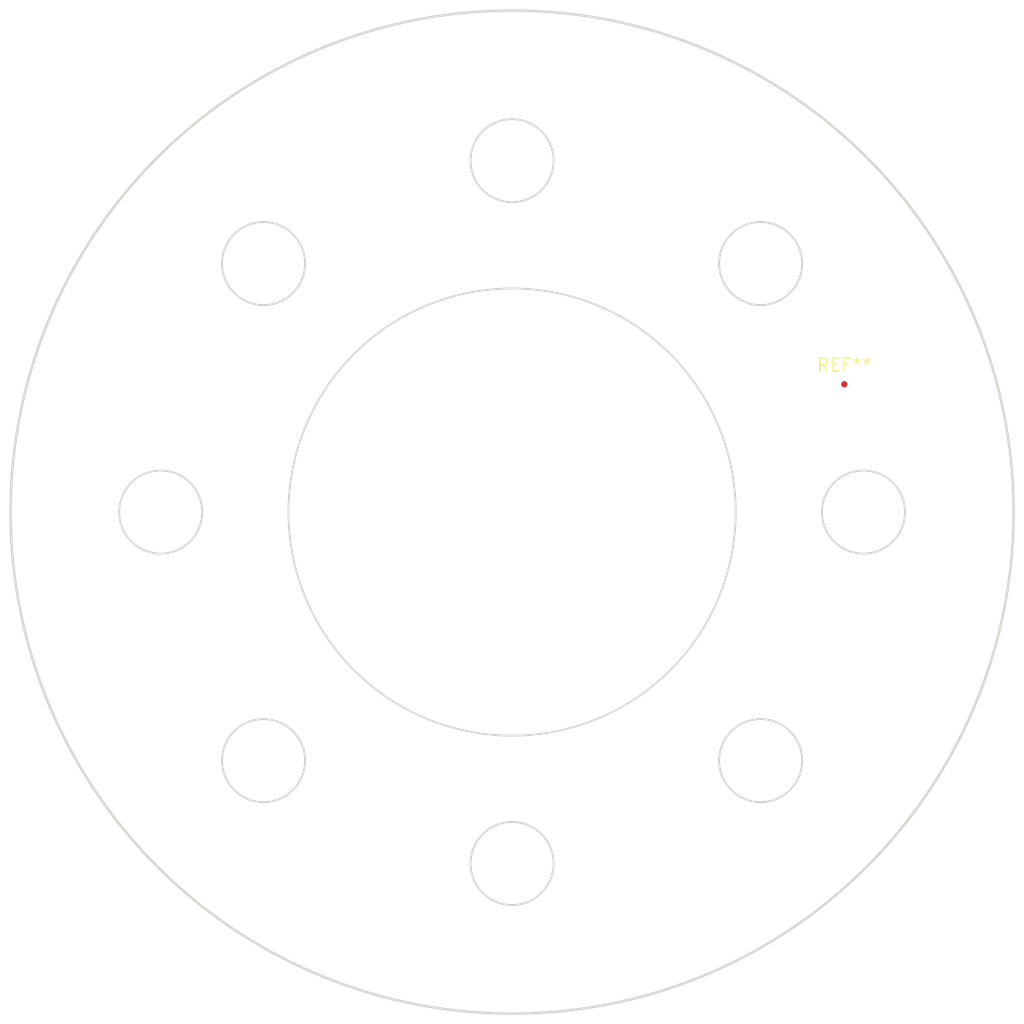
<source format=kicad_pcb>
(kicad_pcb (version 20171130) (host pcbnew 5.0.2-bee76a0~70~ubuntu18.04.1)

  (general
    (thickness 1.6)
    (drawings 12)
    (tracks 0)
    (zones 0)
    (modules 1)
    (nets 1)
  )

  (page A4)
  (layers
    (0 F.Cu signal)
    (31 B.Cu signal)
    (32 B.Adhes user)
    (33 F.Adhes user)
    (34 B.Paste user)
    (35 F.Paste user)
    (36 B.SilkS user)
    (37 F.SilkS user)
    (38 B.Mask user)
    (39 F.Mask user)
    (40 Dwgs.User user)
    (41 Cmts.User user)
    (42 Eco1.User user)
    (43 Eco2.User user)
    (44 Edge.Cuts user)
    (45 Margin user)
    (46 B.CrtYd user)
    (47 F.CrtYd user)
    (48 B.Fab user)
    (49 F.Fab user)
  )

  (setup
    (last_trace_width 0.25)
    (trace_clearance 0.2)
    (zone_clearance 0.508)
    (zone_45_only no)
    (trace_min 0.2)
    (segment_width 0.2)
    (edge_width 0.15)
    (via_size 0.8)
    (via_drill 0.4)
    (via_min_size 0.4)
    (via_min_drill 0.3)
    (uvia_size 0.3)
    (uvia_drill 0.1)
    (uvias_allowed no)
    (uvia_min_size 0.2)
    (uvia_min_drill 0.1)
    (pcb_text_width 0.3)
    (pcb_text_size 1.5 1.5)
    (mod_edge_width 0.15)
    (mod_text_size 1 1)
    (mod_text_width 0.15)
    (pad_size 1.524 1.524)
    (pad_drill 0.762)
    (pad_to_mask_clearance 0.051)
    (solder_mask_min_width 0.25)
    (aux_axis_origin 0 0)
    (visible_elements FFFFFF7F)
    (pcbplotparams
      (layerselection 0x010f0_ffffffff)
      (usegerberextensions false)
      (usegerberattributes false)
      (usegerberadvancedattributes false)
      (creategerberjobfile false)
      (excludeedgelayer true)
      (linewidth 0.100000)
      (plotframeref false)
      (viasonmask false)
      (mode 1)
      (useauxorigin false)
      (hpglpennumber 1)
      (hpglpenspeed 20)
      (hpglpendiameter 15.000000)
      (psnegative false)
      (psa4output false)
      (plotreference false)
      (plotvalue false)
      (plotinvisibletext false)
      (padsonsilk false)
      (subtractmaskfromsilk false)
      (outputformat 1)
      (mirror false)
      (drillshape 0)
      (scaleselection 1)
      (outputdirectory "../../gerbers/secondary_endcap/"))
  )

  (net 0 "")

  (net_class Default "This is the default net class."
    (clearance 0.2)
    (trace_width 0.25)
    (via_dia 0.8)
    (via_drill 0.4)
    (uvia_dia 0.3)
    (uvia_drill 0.1)
  )

  (module Fiducial:Fiducial_0.5mm_Mask1mm (layer F.Cu) (tedit 5C18CB26) (tstamp 5EE9372E)
    (at 126 90)
    (descr "Circular Fiducial, 0.5mm bare copper, 1mm soldermask opening (Level C)")
    (tags fiducial)
    (attr smd)
    (fp_text reference REF** (at 0 -1.5) (layer F.SilkS)
      (effects (font (size 1 1) (thickness 0.15)))
    )
    (fp_text value Fiducial_0.5mm_Mask1mm (at 0 1.5) (layer F.Fab)
      (effects (font (size 1 1) (thickness 0.15)))
    )
    (fp_circle (center 0 0) (end 0.75 0) (layer F.CrtYd) (width 0.05))
    (fp_text user %R (at 0 0) (layer F.Fab)
      (effects (font (size 0.2 0.2) (thickness 0.04)))
    )
    (fp_circle (center 0 0) (end 0.5 0) (layer F.Fab) (width 0.1))
    (pad "" smd circle (at 0 0) (size 0.5 0.5) (layers F.Cu F.Mask)
      (solder_mask_margin 0.25) (clearance 0.25))
  )

  (gr_poly (pts (xy 60 60) (xy 140 60) (xy 140 139) (xy 140 140) (xy 60 140)) (layer B.Mask) (width 0.15) (tstamp 5EE8D518))
  (gr_poly (pts (xy 60 60) (xy 140 60) (xy 140 139) (xy 140 140) (xy 60 140)) (layer F.Mask) (width 0.15))
  (gr_circle (center 80.55 80.55) (end 83.8 80.55) (layer Edge.Cuts) (width 0.15) (tstamp 5EE8D511))
  (gr_circle (center 80.55 119.45) (end 83.8 119.45) (layer Edge.Cuts) (width 0.15) (tstamp 5EE8D50C))
  (gr_circle (center 119.45 119.45) (end 122.7 119.45) (layer Edge.Cuts) (width 0.15) (tstamp 5EE8D4F3))
  (gr_circle (center 119.45 80.55) (end 122.7 80.55) (layer Edge.Cuts) (width 0.15) (tstamp 5EE8D4EC))
  (gr_circle (center 100 127.5) (end 103.25 127.5) (layer Edge.Cuts) (width 0.15) (tstamp 5EE8D4D9))
  (gr_circle (center 127.5 100) (end 130.75 100) (layer Edge.Cuts) (width 0.15) (tstamp 5EE8D4C7))
  (gr_circle (center 72.5 100) (end 75.75 100) (layer Edge.Cuts) (width 0.15) (tstamp 5EE8D4BC))
  (gr_circle (center 100 72.5) (end 103.25 72.5) (layer Edge.Cuts) (width 0.15))
  (gr_circle (center 100 100) (end 117.5 100) (layer Edge.Cuts) (width 0.15))
  (gr_circle (center 100 100) (end 139.25 100) (layer Edge.Cuts) (width 0.2))

)

</source>
